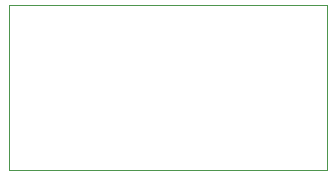
<source format=gm1>
G04 #@! TF.FileFunction,Profile,NP*
%FSLAX46Y46*%
G04 Gerber Fmt 4.6, Leading zero omitted, Abs format (unit mm)*
G04 Created by KiCad (PCBNEW 4.0.6-e0-6349~53~ubuntu16.04.1) date Fri Jun 23 14:49:20 2017*
%MOMM*%
%LPD*%
G01*
G04 APERTURE LIST*
%ADD10C,0.100000*%
G04 APERTURE END LIST*
D10*
X100000000Y-114000000D02*
X100000000Y-100000000D01*
X127000000Y-114000000D02*
X100000000Y-114000000D01*
X127000000Y-100000000D02*
X127000000Y-114000000D01*
X100000000Y-100000000D02*
X127000000Y-100000000D01*
M02*

</source>
